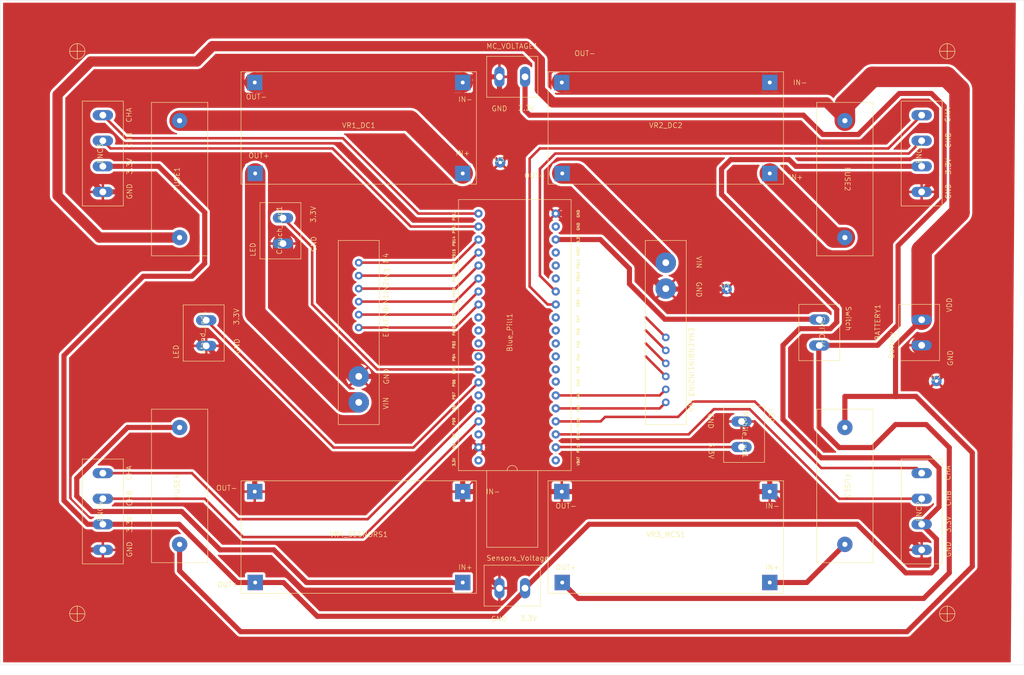
<source format=kicad_pcb>
(kicad_pcb (version 20240108) (generator "pcbnew") (generator_version "8.0")
  (layers (0 "F.Cu" signal) (31 "B.Cu" signal) (34 "B.Paste" user) (35 "F.Paste" user) (36 "B.SilkS" user "B.Silkscreen") (37 "F.SilkS" user "F.Silkscreen") (38 "B.Mask" user) (39 "F.Mask" user) (44 "Edge.Cuts" user))
  (net 0 "")
  (net 1 "VBAT")
  (net 2 "Net-(Blue_Pill1-PA8)")
  (net 8 "Net-(Blue_Pill1-PB0)")
  (net 9 "Net-(Blue_Pill1-PB13)")
  (net 10 "Net-(Blue_Pill1-PA7)")
  (net 11 "TX2")
  (net 13 "Stand_Led_3.3V")
  (net 14 "Net-(Blue_Pill1-PA0)")
  (net 16 "Net-(Blue_Pill1-PA4)")
  (net 18 "Net-(Blue_Pill1-PC14)")
  (net 19 "Net-(Blue_Pill1-PA11)")
  (net 20 "Net-(Blue_Pill1-PB9)")
  (net 21 "Net-(Blue_Pill1-PA10)")
  (net 22 "Net-(Blue_Pill1-PA6)")
  (net 23 "RX2")
  (net 24 "RX3")
  (net 26 "Net-(Blue_Pill1-PA1)")
  (net 27 "Mobile_Led_3.3V")
  (net 28 "Net-(Blue_Pill1-PB1)")
  (net 29 "Net-(Blue_Pill1-PC15)")
  (net 30 "Net-(Blue_Pill1-PA5)")
  (net 31 "Net-(Blue_Pill1-PB12)")
  (net 32 "Net-(Blue_Pill1-PB15)")
  (net 33 "Net-(Blue_Pill1-PA9)")
  (net 34 "Net-(Blue_Pill1-3.3V-Pad18)")
  (net 35 "TX3")
  (net 36 "Crouch_Led_3.3V")
  (net 37 "Net-(Blue_Pill1-PB8)")
  (net 38 "Front_Driver_12VIN")
  (net 39 "Back_Driver_12VIN")
  (net 40 "3.3V_Sensors")
  (net 41 "GND")
  (net 42 "Blue_Pill3.3V")
  (net 43 "Net-(VR1_DC1-IN+)")
  (net 44 "Net-(VR2_DC2-IN+)")
  (net 45 "Net-(VR3_MCS1-IN+)")
  (net 46 "Net-(VR4_SESNORS1-IN+)")
  (net 47 "Net-(Blue_Pill1-PB14)")
  (footprint "M4_PCB:Fuse_Holder" (layer "F.Cu") (at 215 130 -90)
    (property "Reference" "FUSE3")
    (property "Value" "~")
  )
  (footprint "M4_PCB:L298N" (layer "F.Cu") (at 180 100 -90)
    (property "Reference" "DRIVER2" (hide yes))
    (property "Value" "~" (hide yes))
  )
  (footprint "M4_PCB:Fuse_Holder" (layer "F.Cu") (at 85 70 90)
    (property "Reference" "FUSE1")
    (property "Value" "~")
  )
  (footprint "M4_PCB:LED" (layer "F.Cu") (at 195 120 -90)
    (property "Reference" "Mobile_Led1")
    (property "Value" "~")
  )
  (footprint "M4_PCB:Encoder" (layer "F.Cu") (at 70 135 90)
    (property "Reference" "ENC4")
    (property "Value" "~")
  )
  (footprint "M4_PCB:battery" (layer "F.Cu") (at 230 100 90)
    (property "Reference" "BATTERY1")
    (property "Value" "~")
  )
  (footprint "M4_PCB:Microcontrollers" (layer "F.Cu") (at 150 50)
    (property "Reference" "MC_VOLTAGE1")
    (property "Value" "~")
  )
  (footprint "M4_PCB:Encoder" (layer "F.Cu") (at 230 135 90)
    (property "Reference" "ENC2")
    (property "Value" "~")
  )
  (footprint "M4_PCB:LED" (layer "F.Cu") (at 90 100 90)
    (property "Reference" "Stand_Led1")
    (property "Value" "~")
  )
  (footprint "M4_PCB:Fuse_Holder" (layer "F.Cu") (at 215 70 -90)
    (property "Reference" "FUSE2")
    (property "Value" "~")
  )
  (footprint "M4_PCB:LM2596HVS" (layer "F.Cu") (at 180 60)
    (property "Reference" "VR2_DC2")
    (property "Value" "~")
  )
  (footprint "M4_PCB:pad" (layer "F.Cu") (at 147.45 66.65)
    (property "Reference" "U3")
    (property "Value" "~")
  )
  (footprint "M4_PCB:L298N" (layer "F.Cu") (at 120 100 90)
    (property "Reference" "DRIVER1" (hide yes))
    (property "Value" "~" (hide yes))
  )
  (footprint "M4_PCB:blue_pill" (layer "F.Cu") (at 150 100 90)
    (property "Reference" "Blue_Pill1")
    (property "Value" "~")
  )
  (footprint "M4_PCB:LM2596HVS" (layer "F.Cu") (at 120 60)
    (property "Reference" "VR1_DC1")
    (property "Value" "~")
  )
  (footprint "M4_PCB:LED" (layer "F.Cu") (at 105 80 90)
    (property "Reference" "Crouch_Led1")
    (property "Value" "~")
  )
  (footprint "M4_PCB:pad" (layer "F.Cu") (at 191.7 91.4)
    (property "Reference" "U1")
    (property "Value" "~")
  )
  (footprint "M4_PCB:Fuse_Holder" (layer "F.Cu") (at 85 130 90)
    (property "Reference" "FUSE4")
    (property "Value" "~")
  )
  (footprint "M4_PCB:pad" (layer "F.Cu") (at 232.7 109.4)
    (property "Reference" "U2")
    (property "Value" "~")
  )
  (footprint "M4_PCB:switch" (layer "F.Cu") (at 210 100 -90)
    (property "Reference" "SWITCH1")
    (property "Value" "~")
  )
  (footprint "M4_PCB:sensors" (layer "F.Cu") (at 150 150)
    (property "Reference" "SENSORS_VOLTAGE1" (hide yes))
    (property "Value" "~" (hide yes))
  )
  (footprint "M4_PCB:Encoder" (layer "F.Cu") (at 230 65 90)
    (property "Reference" "ENC1")
    (property "Value" "~")
  )
  (footprint "M4_PCB:LM2596HVS" (layer "F.Cu") (at 180 140)
    (property "Reference" "VR3_MCS1")
    (property "Value" "~")
  )
  (footprint "M4_PCB:Encoder" (layer "F.Cu") (at 70 65 90)
    (property "Reference" "ENC3")
    (property "Value" "~")
  )
  (footprint "M4_PCB:LM2596HVS" (layer "F.Cu") (at 120 140)
    (property "Reference" "VR4_SESNORS1")
    (property "Value" "~")
  )
  (gr_line (start 66.5 45) (end 63.5 45) (stroke (width 0.1)) (layer "F.SilkS"))
  (gr_line (start 235 153.5) (end 235 156.5) (stroke (width 0.1)) (layer "F.SilkS"))
  (gr_line (start 65 43.5) (end 65 46.5) (stroke (width 0.1)) (layer "F.SilkS"))
  (gr_line (start 236.5 155) (end 233.5 155) (stroke (width 0.1)) (layer "F.SilkS"))
  (gr_line (start 235 43.5) (end 235 46.5) (stroke (width 0.1)) (layer "F.SilkS"))
  (gr_line (start 236.5 45) (end 233.5 45) (stroke (width 0.1)) (layer "F.SilkS"))
  (gr_circle (center 65 155) (end 66.5 155) (stroke (width 0.1)) (fill none) (layer "F.SilkS"))
  (gr_circle (center 235 155) (end 236.5 155) (stroke (width 0.1)) (fill none) (layer "F.SilkS"))
  (gr_circle (center 65 45) (end 66.5 45) (stroke (width 0.1)) (fill none) (layer "F.SilkS"))
  (gr_line (start 65 153.5) (end 65 156.5) (stroke (width 0.1)) (layer "F.SilkS"))
  (gr_circle (center 235 45) (end 236.5 45) (stroke (width 0.1)) (fill none) (layer "F.SilkS"))
  (gr_line (start 66.5 155) (end 63.5 155) (stroke (width 0.1)) (layer "F.SilkS"))
  (gr_line (start 50 165) (end 250 165) (stroke (width 0.05)) (layer "Edge.Cuts"))
  (gr_line (start 250 165) (end 250 35) (stroke (width 0.05)) (layer "Edge.Cuts"))
  (gr_line (start 250 35) (end 50 35) (stroke (width 0.05)) (layer "Edge.Cuts"))
  (gr_line (start 50 35) (end 50 165) (stroke (width 0.05)) (layer "Edge.Cuts"))
  (gr_text "OUT-" (at 162.1 46 0) (layer "F.SilkS") (effects (font (size 1 1) (thickness 0.1)) (justify left bottom)))
  (gr_text "OUT-" (at 97.9 54.5 0) (layer "F.SilkS") (effects (font (size 1 1) (thickness 0.1)) (justify left bottom)))
  (gr_text "3.3V" (at 235.8 69.2 90) (layer "F.SilkS") (effects (font (size 1 1) (thickness 0.1)) (justify left bottom)))
  (gr_text "IN-" (at 139.4 55 0) (layer "F.SilkS") (effects (font (size 1 1) (thickness 0.1)) (justify left bottom)))
  (segment (start 215 55.4) (end 215 58.57) (width 4) (layer "F.Cu") (net 1))
  (segment (start 230 97.5) (end 230 83.9) (width 4) (layer "F.Cu") (net 1))
  (segment (start 237.4 52.5) (end 234.9 50) (width 4) (layer "F.Cu") (net 1))
  (segment (start 96.9 158.5) (end 85 146.6) (width 1) (layer "F.Cu") (net 1))
  (segment (start 67.65 47) (end 61.15 53.5) (width 2) (layer "F.Cu") (net 1))
  (segment (start 69.33 81.43) (end 85 81.43) (width 2) (layer "F.Cu") (net 1))
  (segment (start 155.4 52.5) (end 155.4 46.75) (width 2) (layer "F.Cu") (net 1))
  (segment (start 228.9 112.5) (end 239.9 123.5) (width 1) (layer "F.Cu") (net 1))
  (segment (start 85 146.6) (end 85 141.43) (width 1) (layer "F.Cu") (net 1))
  (segment (start 157.9 55) (end 155.4 52.5) (width 2) (layer "F.Cu") (net 1))
  (segment (start 211.43 55) (end 157.9 55) (width 2) (layer "F.Cu") (net 1))
  (segment (start 237.4 76.5) (end 237.4 52.5) (width 4) (layer "F.Cu") (net 1))
  (segment (start 224.9 102.6) (end 230 97.5) (width 1) (layer "F.Cu") (net 1))
  (segment (start 61.15 73.25) (end 69.33 81.43) (width 2) (layer "F.Cu") (net 1))
  (segment (start 224.9 112.5) (end 228.9 112.5) (width 1) (layer "F.Cu") (net 1))
  (segment (start 239.9 123.5) (end 239.9 145.75) (width 1) (layer "F.Cu") (net 1))
  (segment (start 61.15 53.5) (end 61.15 73.25) (width 2) (layer "F.Cu") (net 1))
  (segment (start 155.4 46.75) (end 152.65 44) (width 2) (layer "F.Cu") (net 1))
  (segment (start 227.15 158.5) (end 96.9 158.5) (width 1) (layer "F.Cu") (net 1))
  (segment (start 234.9 50) (end 220.4 50) (width 4) (layer "F.Cu") (net 1))
  (segment (start 91.4 44) (end 88.4 47) (width 2) (layer "F.Cu") (net 1))
  (segment (start 239.9 145.75) (end 227.15 158.5) (width 1) (layer "F.Cu") (net 1))
  (segment (start 152.65 44) (end 91.4 44) (width 2) (layer "F.Cu") (net 1))
  (segment (start 220.4 50) (end 215 55.4) (width 4) (layer "F.Cu") (net 1))
  (segment (start 215 58.57) (end 211.43 55) (width 2) (layer "F.Cu") (net 1))
  (segment (start 215 58.57) (end 215 57.6) (width 4) (layer "F.Cu") (net 1))
  (segment (start 230 83.9) (end 237.4 76.5) (width 4) (layer "F.Cu") (net 1))
  (segment (start 224.9 112.5) (end 224.9 102.6) (width 1) (layer "F.Cu") (net 1))
  (segment (start 215 118.57) (end 215 112.5) (width 1) (layer "F.Cu") (net 1))
  (segment (start 215 112.5) (end 224.9 112.5) (width 1) (layer "F.Cu") (net 1))
  (segment (start 88.4 47) (end 67.65 47) (width 2) (layer "F.Cu") (net 1))
  (segment (start 138.88 91.42) (end 143.4 86.9) (width 0.5) (layer "F.Cu") (net 2))
  (segment (start 120 91.42) (end 138.88 91.42) (width 0.5) (layer "F.Cu") (net 2))
  (segment (start 155.4 64) (end 153.4 66) (width 0.5) (layer "F.Cu") (net 8))
  (segment (start 153.4 91) (end 156.92 94.52) (width 0.5) (layer "F.Cu") (net 8))
  (segment (start 153.4 66) (end 153.4 91) (width 0.5) (layer "F.Cu") (net 8))
  (segment (start 156.92 94.52) (end 158.5 94.52) (width 0.5) (layer "F.Cu") (net 8))
  (segment (start 230 57.5) (end 223.5 64) (width 0.5) (layer "F.Cu") (net 8))
  (segment (start 223.5 64) (end 155.4 64) (width 0.5) (layer "F.Cu") (net 8))
  (segment (start 130.18 79.28) (end 143.4 79.28) (width 0.5) (layer "F.Cu") (net 9))
  (segment (start 70 62.5) (end 71.5 64) (width 0.5) (layer "F.Cu") (net 9))
  (segment (start 114.9 64) (end 130.18 79.28) (width 0.5) (layer "F.Cu") (net 9))
  (segment (start 71.5 64) (end 114.9 64) (width 0.5) (layer "F.Cu") (net 9))
  (segment (start 176.1 97.06) (end 180 100.96) (width 0.5) (layer "F.Cu") (net 10))
  (segment (start 90.2 97.6) (end 115.1 122.5) (width 0.5) (layer "F.Cu") (net 13))
  (segment (start 130.66 122.5) (end 143.4 109.76) (width 0.5) (layer "F.Cu") (net 13))
  (segment (start 115.1 122.5) (end 130.66 122.5) (width 0.5) (layer "F.Cu") (net 13))
  (segment (start 158.5 114.84) (end 178.82 114.84) (width 0.5) (layer "F.Cu") (net 14))
  (segment (start 178.82 114.84) (end 180 113.66) (width 0.5) (layer "F.Cu") (net 14))
  (segment (start 176.1 104.68) (end 180 108.58) (width 0.5) (layer "F.Cu") (net 16))
  (segment (start 189.38995 115) (end 184.46995 119.92) (width 0.5) (layer "F.Cu") (net 18))
  (segment (start 213.9 132.5) (end 196.4 115) (width 0.5) (layer "F.Cu") (net 18))
  (segment (start 196.4 115) (end 189.38995 115) (width 0.5) (layer "F.Cu") (net 18))
  (segment (start 230 132.5) (end 213.9 132.5) (width 0.5) (layer "F.Cu") (net 18))
  (segment (start 184.46995 119.92) (end 158.5 119.92) (width 0.5) (layer "F.Cu") (net 18))
  (segment (start 120 99.04) (end 138.88 99.04) (width 0.5) (layer "F.Cu") (net 19))
  (segment (start 138.88 99.04) (end 143.4 94.52) (width 0.5) (layer "F.Cu") (net 19))
  (segment (start 97.4 140) (end 120.78 140) (width 0.5) (layer "F.Cu") (net 20))
  (segment (start 120.78 140) (end 143.4 117.38) (width 0.5) (layer "F.Cu") (net 20))
  (segment (start 70 132.5) (end 89.9 132.5) (width 0.5) (layer "F.Cu") (net 20))
  (segment (start 89.9 132.5) (end 97.4 140) (width 0.5) (layer "F.Cu") (net 20))
  (segment (start 138.88 96.5) (end 143.4 91.98) (width 0.5) (layer "F.Cu") (net 21))
  (segment (start 120 96.5) (end 138.88 96.5) (width 0.5) (layer "F.Cu") (net 21))
  (segment (start 176.1 99.6) (end 180 103.5) (width 0.5) (layer "F.Cu") (net 22))
  (segment (start 158.5 112.3) (end 178.82 112.3) (width 0.5) (layer "F.Cu") (net 26))
  (segment (start 178.82 112.3) (end 180 111.12) (width 0.5) (layer "F.Cu") (net 26))
  (segment (start 194.8 122.4) (end 158.56 122.4) (width 0.5) (layer "F.Cu") (net 27))
  (segment (start 158.56 122.4) (end 158.5 122.46) (width 0.5) (layer "F.Cu") (net 27))
  (segment (start 155.4 68) (end 155.4 88.88) (width 0.5) (layer "F.Cu") (net 28))
  (segment (start 230 62.5) (end 227.5 65) (width 0.5) (layer "F.Cu") (net 28))
  (segment (start 227.5 65) (end 158.4 65) (width 0.5) (layer "F.Cu") (net 28))
  (segment (start 155.4 88.88) (end 158.5 91.98) (width 0.5) (layer "F.Cu") (net 28))
  (segment (start 158.4 65) (end 155.4 68) (width 0.5) (layer "F.Cu") (net 28))
  (segment (start 167.28 117.38) (end 158.5 117.38) (width 0.5) (layer "F.Cu") (net 29))
  (segment (start 210.4 126.5) (end 197.4 113.5) (width 0.5) (layer "F.Cu") (net 29))
  (segment (start 197.4 113.5) (end 185.4 113.5) (width 0.5) (layer "F.Cu") (net 29))
  (segment (start 182.4 116.5) (end 168.16 116.5) (width 0.5) (layer "F.Cu") (net 29))
  (segment (start 185.4 113.5) (end 182.4 116.5) (width 0.5) (layer "F.Cu") (net 29))
  (segment (start 230 127.5) (end 229 126.5) (width 0.5) (layer "F.Cu") (net 29))
  (segment (start 229 126.5) (end 210.4 126.5) (width 0.5) (layer "F.Cu") (net 29))
  (segment (start 168.16 116.5) (end 167.28 117.38) (width 0.5) (layer "F.Cu") (net 29))
  (segment (start 176.1 102.14) (end 180 106.04) (width 0.5) (layer "F.Cu") (net 30))
  (segment (start 131.64 76.74) (end 143.4 76.74) (width 0.5) (layer "F.Cu") (net 31))
  (segment (start 116.9 62) (end 131.64 76.74) (width 0.5) (layer "F.Cu") (net 31))
  (segment (start 74.5 62) (end 116.9 62) (width 0.5) (layer "F.Cu") (net 31))
  (segment (start 70 57.5) (end 74.5 62) (width 0.5) (layer "F.Cu") (net 31))
  (segment (start 138.88 88.88) (end 143.4 84.36) (width 0.5) (layer "F.Cu") (net 32))
  (segment (start 120 88.88) (end 138.88 88.88) (width 0.5) (layer "F.Cu") (net 32))
  (segment (start 138.88 93.96) (end 143.4 89.44) (width 0.5) (layer "F.Cu") (net 33))
  (segment (start 120 93.96) (end 138.88 93.96) (width 0.5) (layer "F.Cu") (net 33))
  (segment (start 179.8 97.4) (end 172.9 90.5) (width 1) (layer "F.Cu") (net 34))
  (segment (start 172.9 90.5) (end 172.9 87.5) (width 1) (layer "F.Cu") (net 34))
  (segment (start 167.22 81.82) (end 158.5 81.82) (width 1) (layer "F.Cu") (net 34))
  (segment (start 209.8 97.4) (end 179.8 97.4) (width 1) (layer "F.Cu") (net 34))
  (segment (start 172.9 87.5) (end 167.22 81.82) (width 1) (layer "F.Cu") (net 34))
  (segment (start 110.9 94.5) (end 123.62 107.22) (width 0.5) (layer "F.Cu") (net 36))
  (segment (start 110.9 83.3) (end 110.9 94.5) (width 0.5) (layer "F.Cu") (net 36))
  (segment (start 105.2 77.6) (end 110.9 83.3) (width 0.5) (layer "F.Cu") (net 36))
  (segment (start 123.62 107.22) (end 143.4 107.22) (width 0.5) (layer "F.Cu") (net 36))
  (segment (start 87.4 127.5) (end 96.4 136.5) (width 0.5) (layer "F.Cu") (net 37))
  (segment (start 70 127.5) (end 87.4 127.5) (width 0.5) (layer "F.Cu") (net 37))
  (segment (start 96.4 136.5) (end 121.74 136.5) (width 0.5) (layer "F.Cu") (net 37))
  (segment (start 121.74 136.5) (end 143.4 114.84) (width 0.5) (layer "F.Cu") (net 37))
  (segment (start 99.77 96.258427) (end 117.171573 113.66) (width 4) (layer "F.Cu") (net 38))
  (segment (start 117.171573 113.66) (end 120 113.66) (width 4) (layer "F.Cu") (net 38))
  (segment (start 99.77 68.89) (end 99.77 96.258427) (width 4) (layer "F.Cu") (net 38))
  (segment (start 162.55 68.89) (end 180 86.34) (width 4) (layer "F.Cu") (net 39))
  (segment (start 159.77 68.89) (end 162.55 68.89) (width 4) (layer "F.Cu") (net 39))
  (segment (start 62.4 104.5) (end 77.9 89) (width 1) (layer "F.Cu") (net 40))
  (segment (start 111.9 155.5) (end 147.4 155.5) (width 1) (layer "F.Cu") (net 40))
  (segment (start 77.9 89) (end 87.4 89) (width 1) (layer "F.Cu") (net 40))
  (segment (start 206.15 99.25) (end 212.15 99.25) (width 1) (layer "F.Cu") (net 40))
  (segment (start 147.4 155.5) (end 152.5 150.4) (width 1) (layer "F.Cu") (net 40))
  (segment (start 99.77 148.89) (end 105.29 148.89) (width 1) (layer "F.Cu") (net 40))
  (segment (start 96.29 148.89) (end 84.9 137.5) (width 1) (layer "F.Cu") (net 40))
  (segment (start 80.9 67.5) (end 70 67.5) (width 1) (layer "F.Cu") (net 40))
  (segment (start 99.77 148.89) (end 96.29 148.89) (width 1) (layer "F.Cu") (net 40))
  (segment (start 152.5 150.4) (end 152.5 150) (width 1) (layer "F.Cu") (net 40))
  (segment (start 232.9 146) (end 231.9 147) (width 1) (layer "F.Cu") (net 40))
  (segment (start 213.4 95.5) (end 190.9 73) (width 1) (layer "F.Cu") (net 40))
  (segment (start 230 137.5) (end 232.9 140.4) (width 1) (layer "F.Cu") (net 40))
  (segment (start 89.9 76.5) (end 80.9 67.5) (width 1) (layer "F.Cu") (net 40))
  (segment (start 202.9 102.5) (end 206.15 99.25) (width 1) (layer "F.Cu") (net 40))
  (segment (start 213.4 98) (end 213.4 95.5) (width 1) (layer "F.Cu") (net 40))
  (segment (start 231.9 147) (end 226.9 147) (width 1) (layer "F.Cu") (net 40))
  (segment (start 70 137.5) (end 67.02 137.5) (width 1) (layer "F.Cu") (net 40))
  (segment (start 233.4 126.5) (end 231.4 124.5) (width 1) (layer "F.Cu") (net 40))
  (segment (start 233.4 134.1) (end 233.4 126.5) (width 1) (layer "F.Cu") (net 40))
  (segment (start 190.9 73) (end 190.9 68) (width 1) (layer "F.Cu") (net 40))
  (segment (start 204.09 66.19) (end 205.4 67.5) (width 1) (layer "F.Cu") (net 40))
  (segment (start 84.9 137.5) (end 70 137.5) (width 1) (layer "F.Cu") (net 40))
  (segment (start 210.4 124.5) (end 202.9 117) (width 1) (layer "F.Cu") (net 40))
  (segment (start 62.4 132.88) (end 62.4 104.5) (width 1) (layer "F.Cu") (net 40))
  (segment (start 190.9 68) (end 192.71 66.19) (width 1) (layer "F.Cu") (net 40))
  (segment (start 165 137.5) (end 152.5 150) (width 1) (layer "F.Cu") (net 40))
  (segment (start 89.9 86.5) (end 89.9 76.5) (width 1) (layer "F.Cu") (net 40))
  (segment (start 192.71 66.19) (end 204.09 66.19) (width 1) (layer "F.Cu") (net 40))
  (segment (start 107.65 151.25) (end 107.9 151.5) (width 1) (layer "F.Cu") (net 40))
  (segment (start 231.4 124.5) (end 210.4 124.5) (width 1) (layer "F.Cu") (net 40))
  (segment (start 217.4 137.5) (end 165 137.5) (width 1) (layer "F.Cu") (net 40))
  (segment (start 205.4 67.5) (end 230 67.5) (width 1) (layer "F.Cu") (net 40))
  (segment (start 105.29 148.89) (end 107.65 151.25) (width 1) (layer "F.Cu") (net 40))
  (segment (start 202.9 117) (end 202.9 102.5) (width 1) (layer "F.Cu") (net 40))
  (segment (start 87.4 89) (end 89.9 86.5) (width 1) (layer "F.Cu") (net 40))
  (segment (start 212.15 99.25) (end 213.4 98) (width 1) (layer "F.Cu") (net 40))
  (segment (start 67.02 137.5) (end 62.4 132.88) (width 1) (layer "F.Cu") (net 40))
  (segment (start 226.9 147) (end 217.4 137.5) (width 1) (layer "F.Cu") (net 40))
  (segment (start 232.9 140.4) (end 232.9 146) (width 1) (layer "F.Cu") (net 40))
  (segment (start 230 137.5) (end 233.4 134.1) (width 1) (layer "F.Cu") (net 40))
  (segment (start 107.65 151.25) (end 111.9 155.5) (width 1) (layer "F.Cu") (net 40))
  (segment (start 122.98 108.58) (end 120 108.58) (width 1) (layer "F.Cu") (net 41))
  (segment (start 65.4 67.9) (end 70 72.5) (width 1) (layer "F.Cu") (net 41))
  (segment (start 141.43 50) (end 140.32 51.11) (width 1) (layer "F.Cu") (net 41))
  (segment (start 203.71 134.5) (end 200.32 131.11) (width 1) (layer "F.Cu") (net 41))
  (segment (start 75.4 86) (end 84.9 86) (width 1) (layer "F.Cu") (net 41))
  (segment (start 200.32 131.11) (end 200.32 122.92) (width 1) (layer "F.Cu") (net 41))
  (segment (start 235.4 107) (end 235.4 102.5) (width 1) (layer "F.Cu") (net 41))
  (segment (start 94.4 70.5) (end 94.4 90.5) (width 1) (layer "F.Cu") (net 41))
  (segment (start 89.4 65.5) (end 94.4 70.5) (width 1) (layer "F.Cu") (net 41))
  (segment (start 147.4 103.5) (end 121.9 103.5) (width 0.3) (layer "F.Cu") (net 41))
  (segment (start 59.9 101.5) (end 75.4 86) (width 1) (layer "F.Cu") (net 41))
  (segment (start 59.9 135.5) (end 59.9 101.5) (width 1) (layer "F.Cu") (net 41))
  (segment (start 200.32 122.92) (end 194.8 117.4) (width 1) (layer "F.Cu") (net 41))
  (segment (start 71.29 51.11) (end 65.4 57) (width 1) (layer "F.Cu") (net 41))
  (segment (start 153.15 61.25) (end 147.65 66.75) (width 1) (layer "F.Cu") (net 41))
  (segment (start 191.9 91.5) (end 180.08 91.5) (width 1) (layer "F.Cu") (net 41))
  (segment (start 204.9 61.25) (end 206.4 62.75) (width 1) (layer "F.Cu") (net 41))
  (segment (start 91.15 93.75) (end 116.4 119) (width 1) (layer "F.Cu") (net 41))
  (segment (start 148.9 122.53) (end 148.9 105) (width 0.3) (layer "F.Cu") (net 41))
  (segment (start 120 108.58) (end 105.2 93.78) (width 4) (layer "F.Cu") (net 41))
  (segment (start 242.65 45.75) (end 242.65 95.5) (width 4) (layer "F.Cu") (net 41))
  (segment (start 232.9 69.6) (end 230 72.5) (width 1) (layer "F.Cu") (net 41))
  (segment (start 85.4 94.25) (end 86.15 93.5) (width 1) (layer "F.Cu") (net 41))
  (segment (start 99.68 51.11) (end 140.32 51.11) (width 4) (layer "F.Cu") (net 41))
  (segment (start 126.9 112.5) (end 122.98 108.58) (width 1) (layer "F.Cu") (net 41))
  (segment (start 230 142.5) (end 222 134.5) (width 1) (layer "F.Cu") (net 41))
  (segment (start 179.32 91.42) (end 180 91.42) (width 1) (layer "F.Cu") (net 41))
  (segment (start 208.54 51.11) (end 218.9 40.75) (width 4) (layer "F.Cu") (net 41))
  (segment (start 159.68 51.11) (end 200.32 51.11) (width 4) (layer "F.Cu") (net 41))
  (segment (start 116.4 119) (end 124.9 119) (width 1) (layer "F.Cu") (net 41))
  (segment (start 121.9 103.5) (end 113.9 95.5) (width 0.3) (layer "F.Cu") (net 41))
  (segment (start 106.4 75.5) (end 103.11 75.5) (width 0.3) (layer "F.Cu") (net 41))
  (segment (start 70 142.5) (end 66.9 142.5) (width 1) (layer "F.Cu") (net 41))
  (segment (start 147.5 55.6) (end 153.15 61.25) (width 1) (layer "F.Cu") (net 41))
  (segment (start 153.15 61.25) (end 204.9 61.25) (width 1) (layer "F.Cu") (net 41))
  (segment (start 105.2 93.78) (end 105.2 82.6) (width 4) (layer "F.Cu") (net 41))
  (segment (start 242.65 95.5) (end 235.65 102.5) (width 4) (layer "F.Cu") (net 41))
  (segment (start 164.64 76.74) (end 179.32 91.42) (width 1) (layer "F.Cu") (net 41))
  (segment (start 220.15 62.75) (end 227.9 55) (width 1) (layer "F.Cu") (net 41))
  (segment (start 103.11 75.5) (end 102.4 76.21) (width 0.3) (layer "F.Cu") (net 41))
  (segment (start 147.5 50) (end 147.5 55.6) (width 1) (layer "F.Cu") (net 41))
  (segment (start 230 102.5) (end 235.4 102.5) (width 4) (layer "F.Cu") (net 41))
  (segment (start 90.9 93.5) (end 91.15 93.75) (width 1) (layer "F.Cu") (net 41))
  (segment (start 158.5 76.74) (end 164.64 76.74) (width 1) (layer "F.Cu") (net 41))
  (segment (start 85.4 97.8) (end 85.4 94.25) (width 1) (layer "F.Cu") (net 41))
  (segment (start 84.9 86) (end 88.4 82.5) (width 1) (layer "F.Cu") (net 41))
  (segment (start 218.9 40.75) (end 237.65 40.75) (width 4) (layer "F.Cu") (net 41))
  (segment (start 232.9 56.25) (end 232.9 69.6) (width 1) (layer "F.Cu") (net 41))
  (segment (start 113.9 95.5) (end 113.9 83) (width 0.3) (layer "F.Cu") (net 41))
  (segment (start 102.4 76.21) (end 102.4 79.8) (width 0.3) (layer "F.Cu") (net 41))
  (segment (start 99.68 131.11) (end 99.68 112.08) (width 1) (layer "F.Cu") (net 41))
  (segment (start 237.65 40.75) (end 242.65 45.75) (width 4) (layer "F.Cu") (net 41))
  (segment (start 65.4 67.9) (end 65.5 67.9) (width 1) (layer "F.Cu") (net 41))
  (segment (start 65.4 57) (end 65.4 67.9) (width 1) (layer "F.Cu") (net 41))
  (segment (start 140.32 125.54) (end 143.4 122.46) (width 1) (layer "F.Cu") (net 41))
  (segment (start 200.32 51.11) (end 208.54 51.11) (width 4) (layer "F.Cu") (net 41))
  (segment (start 180.08 91.5) (end 180 91.42) (width 1) (layer "F.Cu") (net 41))
  (segment (start 147.5 50) (end 147.9 50) (width 1) (layer "F.Cu") (net 41))
  (segment (start 86.15 93.5) (end 90.9 93.5) (width 1) (layer "F.Cu") (net 41))
  (segment (start 159.68 131.11) (end 200.32 131.11) (width 1) (layer "F.Cu") (net 41))
  (segment (start 126.9 117) (end 126.9 112.5) (width 1) (layer "F.Cu") (net 41))
  (segment (start 140.32 131.11) (end 148.9 122.53) (width 0.3) (layer "F.Cu") (net 41))
  (segment (start 124.9 119) (end 126.9 117) (width 1) (layer "F.Cu") (net 41))
  (segment (start 90.2 102.6) (end 85.4 97.8) (width 1) (layer "F.Cu") (net 41))
  (segment (start 227.9 55) (end 231.65 55) (width 1) (layer "F.Cu") (net 41))
  (segment (start 66.9 142.5) (end 59.9 135.5) (width 1) (layer "F.Cu") (net 41))
  (segment (start 99.68 51.11) (end 71.29 51.11) (width 1) (layer "F.Cu") (net 41))
  (segment (start 140.32 142.82) (end 147.5 150) (width 1) (layer "F.Cu") (net 41))
  (segment (start 94.4 90.5) (end 91.15 93.75) (width 1) (layer "F.Cu") (net 41))
  (segment (start 79.888376 72.5) (end 70 72.5) (width 1) (layer "F.Cu") (net 41))
  (segment (start 65.5 67.9) (end 67.9 65.5) (width 1) (layer "F.Cu") (net 41))
  (segment (start 67.9 65.5) (end 89.4 65.5) (width 1) (layer "F.Cu") (net 41))
  (segment (start 102.4 79.8) (end 105.2 82.6) (width 0.3) (layer "F.Cu") (net 41))
  (segment (start 88.4 81.011624) (end 79.888376 72.5) (width 1) (layer "F.Cu") (net 41))
  (segment (start 99.68 112.08) (end 90.2 102.6) (width 1) (layer "F.Cu") (net 41))
  (segment (start 206.4 62.75) (end 220.15 62.75) (width 1) (layer "F.Cu") (net 41))
  (segment (start 222 134.5) (end 203.71 134.5) (width 1) (layer "F.Cu") (net 41))
  (segment (start 232.9 109.5) (end 235.4 107) (width 1) (layer "F.Cu") (net 41))
  (segment (start 147.5 50) (end 141.43 50) (width 1) (layer "F.Cu") (net 41))
  (segment (start 140.32 131.11) (end 159.68 131.11) (width 1) (layer "F.Cu") (net 41))
  (segment (start 113.9 83) (end 106.4 75.5) (width 0.3) (layer "F.Cu") (net 41))
  (segment (start 140.32 131.11) (end 140.32 125.54) (width 1) (layer "F.Cu") (net 41))
  (segment (start 88.4 82.5) (end 88.4 81.011624) (width 1) (layer "F.Cu") (net 41))
  (segment (start 140.32 131.11) (end 140.32 142.82) (width 1) (layer "F.Cu") (net 41))
  (segment (start 148.9 105) (end 147.4 103.5) (width 0.3) (layer "F.Cu") (net 41))
  (segment (start 231.65 55) (end 232.9 56.25) (width 1) (layer "F.Cu") (net 41))
  (segment (start 235.65 102.5) (end 235.4 102.5) (width 4) (layer "F.Cu") (net 41))
  (via (at 192.15 92) (size 0.6) (drill 0.3) (layers "F.Cu" "B.Cu") (net 41))
  (segment (start 152.5 56.6) (end 152.5 50) (width 1) (layer "F.Cu") (net 42))
  (segment (start 231.9 53.25) (end 225.65 53.25) (width 1) (layer "F.Cu") (net 42))
  (segment (start 225.4 83) (end 234.4 74) (width 1) (layer "F.Cu") (net 42))
  (segment (start 224.9 118) (end 220.4 122.5) (width 1) (layer "F.Cu") (net 42))
  (segment (start 210.67 61.27) (end 206.9 57.5) (width 1) (layer "F.Cu") (net 42))
  (segment (start 153.4 57.5) (end 152.5 56.6) (width 1) (layer "F.Cu") (net 42))
  (segment (start 209.9 102.5) (end 221.4 102.5) (width 1) (layer "F.Cu") (net 42))
  (segment (start 235.4 147) (end 235.4 122.5) (width 1) (layer "F.Cu") (net 42))
  (segment (start 234.4 74) (end 234.4 55.75) (width 1) (layer "F.Cu") (net 42))
  (segment (start 162.88 152) (end 230.4 152) (width 1) (layer "F.Cu") (net 42))
  (segment (start 206.9 57.5) (end 153.4 57.5) (width 1) (layer "F.Cu") (net 42))
  (segment (start 230.4 152) (end 235.4 147) (width 1) (layer "F.Cu") (net 42))
  (segment (start 230.9 118) (end 224.9 118) (width 1) (layer "F.Cu") (net 42))
  (segment (start 225.65 53.25) (end 217.63 61.27) (width 1) (layer "F.Cu") (net 42))
  (segment (start 213.9 122.5) (end 209.9 118.5) (width 1) (layer "F.Cu") (net 42))
  (segment (start 235.4 122.5) (end 230.9 118) (width 1) (layer "F.Cu") (net 42))
  (segment (start 217.63 61.27) (end 210.67 61.27) (width 1) (layer "F.Cu") (net 42))
  (segment (start 221.4 102.5) (end 225.4 98.5) (width 1) (layer "F.Cu") (net 42))
  (segment (start 209.9 118.5) (end 209.9 102.5) (width 1) (layer "F.Cu") (net 42))
  (segment (start 234.4 55.75) (end 231.9 53.25) (width 1) (layer "F.Cu") (net 42))
  (segment (start 225.4 98.5) (end 225.4 83) (width 1) (layer "F.Cu") (net 42))
  (segment (start 159.77 148.89) (end 162.88 152) (width 1) (layer "F.Cu") (net 42))
  (segment (start 209.9 102.5) (end 209.8 102.4) (width 1) (layer "F.Cu") (net 42))
  (segment (start 220.4 122.5) (end 213.9 122.5) (width 1) (layer "F.Cu") (net 42))
  (segment (start 85 58.57) (end 130 58.57) (width 4) (layer "F.Cu") (net 43))
  (segment (start 130 58.57) (end 140.32 68.89) (width 4) (layer "F.Cu") (net 43))
  (segment (start 215 81.43) (end 212.86 81.43) (width 4) (layer "F.Cu") (net 44))
  (segment (start 212.86 81.43) (end 200.32 68.89) (width 4) (layer "F.Cu") (net 44))
  (segment (start 215 141.43) (end 207.54 148.89) (width 1) (layer "F.Cu") (net 45))
  (segment (start 207.54 148.89) (end 200.32 148.89) (width 1) (layer "F.Cu") (net 45))
  (segment (start 92.9 142.5) (end 103.4 142.5) (width 1) (layer "F.Cu") (net 46))
  (segment (start 67.9 135) (end 85.4 135) (width 1) (layer "F.Cu") (net 46))
  (segment (start 103.4 142.5) (end 109.79 148.89) (width 1) (layer "F.Cu") (net 46))
  (segment (start 64.9 132) (end 67.9 135) (width 1) (layer "F.Cu") (net 46))
  (segment (start 85.4 135) (end 92.9 142.5) (width 1) (layer "F.Cu") (net 46))
  (segment (start 64.9 128.5) (end 64.9 132) (width 1) (layer "F.Cu") (net 46))
  (segment (start 85 118.57) (end 74.83 118.57) (width 1) (layer "F.Cu") (net 46))
  (segment (start 109.79 148.89) (end 140.32 148.89) (width 1) (layer "F.Cu") (net 46))
  (segment (start 74.83 118.57) (end 64.9 128.5) (width 1) (layer "F.Cu") (net 46))
  (segment (start 120 86.34) (end 138.88 86.34) (width 0.5) (layer "F.Cu") (net 47))
  (segment (start 138.88 86.34) (end 143.4 81.82) (width 0.5) (layer "F.Cu") (net 47))
  (zone (net 41) (net_name "GND") (layer "F.Cu") (connect_pads (clearance 0.5)) (min_thickness 0.25) (fill yes (thermal_gap 0.5) (thermal_bridge_width 0.5))
    (polygon (pts (xy 49.9 35) (xy 248.4 35.5) (xy 247.4 167) (xy 49.9 166.5) (xy 50.4 35)))
  )
)
</source>
